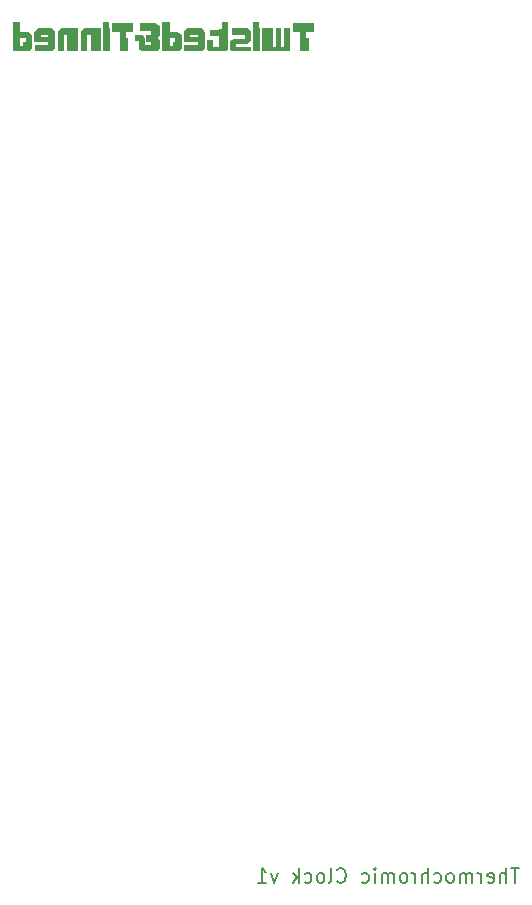
<source format=gbo>
G04 #@! TF.GenerationSoftware,KiCad,Pcbnew,(5.1.5)-3*
G04 #@! TF.CreationDate,2021-04-29T22:27:45+02:00*
G04 #@! TF.ProjectId,thermocjromic clock resistors panel,74686572-6d6f-4636-9a72-6f6d69632063,1*
G04 #@! TF.SameCoordinates,Original*
G04 #@! TF.FileFunction,Legend,Bot*
G04 #@! TF.FilePolarity,Positive*
%FSLAX46Y46*%
G04 Gerber Fmt 4.6, Leading zero omitted, Abs format (unit mm)*
G04 Created by KiCad (PCBNEW (5.1.5)-3) date 2021-04-29 22:27:45*
%MOMM*%
%LPD*%
G04 APERTURE LIST*
%ADD10C,0.150000*%
%ADD11C,0.010000*%
G04 APERTURE END LIST*
D10*
X141895714Y-132692857D02*
X141210000Y-132692857D01*
X141552857Y-133892857D02*
X141552857Y-132692857D01*
X140810000Y-133892857D02*
X140810000Y-132692857D01*
X140295714Y-133892857D02*
X140295714Y-133264285D01*
X140352857Y-133150000D01*
X140467142Y-133092857D01*
X140638571Y-133092857D01*
X140752857Y-133150000D01*
X140810000Y-133207142D01*
X139267142Y-133835714D02*
X139381428Y-133892857D01*
X139610000Y-133892857D01*
X139724285Y-133835714D01*
X139781428Y-133721428D01*
X139781428Y-133264285D01*
X139724285Y-133150000D01*
X139610000Y-133092857D01*
X139381428Y-133092857D01*
X139267142Y-133150000D01*
X139210000Y-133264285D01*
X139210000Y-133378571D01*
X139781428Y-133492857D01*
X138695714Y-133892857D02*
X138695714Y-133092857D01*
X138695714Y-133321428D02*
X138638571Y-133207142D01*
X138581428Y-133150000D01*
X138467142Y-133092857D01*
X138352857Y-133092857D01*
X137952857Y-133892857D02*
X137952857Y-133092857D01*
X137952857Y-133207142D02*
X137895714Y-133150000D01*
X137781428Y-133092857D01*
X137610000Y-133092857D01*
X137495714Y-133150000D01*
X137438571Y-133264285D01*
X137438571Y-133892857D01*
X137438571Y-133264285D02*
X137381428Y-133150000D01*
X137267142Y-133092857D01*
X137095714Y-133092857D01*
X136981428Y-133150000D01*
X136924285Y-133264285D01*
X136924285Y-133892857D01*
X136181428Y-133892857D02*
X136295714Y-133835714D01*
X136352857Y-133778571D01*
X136410000Y-133664285D01*
X136410000Y-133321428D01*
X136352857Y-133207142D01*
X136295714Y-133150000D01*
X136181428Y-133092857D01*
X136010000Y-133092857D01*
X135895714Y-133150000D01*
X135838571Y-133207142D01*
X135781428Y-133321428D01*
X135781428Y-133664285D01*
X135838571Y-133778571D01*
X135895714Y-133835714D01*
X136010000Y-133892857D01*
X136181428Y-133892857D01*
X134752857Y-133835714D02*
X134867142Y-133892857D01*
X135095714Y-133892857D01*
X135210000Y-133835714D01*
X135267142Y-133778571D01*
X135324285Y-133664285D01*
X135324285Y-133321428D01*
X135267142Y-133207142D01*
X135210000Y-133150000D01*
X135095714Y-133092857D01*
X134867142Y-133092857D01*
X134752857Y-133150000D01*
X134238571Y-133892857D02*
X134238571Y-132692857D01*
X133724285Y-133892857D02*
X133724285Y-133264285D01*
X133781428Y-133150000D01*
X133895714Y-133092857D01*
X134067142Y-133092857D01*
X134181428Y-133150000D01*
X134238571Y-133207142D01*
X133152857Y-133892857D02*
X133152857Y-133092857D01*
X133152857Y-133321428D02*
X133095714Y-133207142D01*
X133038571Y-133150000D01*
X132924285Y-133092857D01*
X132810000Y-133092857D01*
X132238571Y-133892857D02*
X132352857Y-133835714D01*
X132410000Y-133778571D01*
X132467142Y-133664285D01*
X132467142Y-133321428D01*
X132410000Y-133207142D01*
X132352857Y-133150000D01*
X132238571Y-133092857D01*
X132067142Y-133092857D01*
X131952857Y-133150000D01*
X131895714Y-133207142D01*
X131838571Y-133321428D01*
X131838571Y-133664285D01*
X131895714Y-133778571D01*
X131952857Y-133835714D01*
X132067142Y-133892857D01*
X132238571Y-133892857D01*
X131324285Y-133892857D02*
X131324285Y-133092857D01*
X131324285Y-133207142D02*
X131267142Y-133150000D01*
X131152857Y-133092857D01*
X130981428Y-133092857D01*
X130867142Y-133150000D01*
X130810000Y-133264285D01*
X130810000Y-133892857D01*
X130810000Y-133264285D02*
X130752857Y-133150000D01*
X130638571Y-133092857D01*
X130467142Y-133092857D01*
X130352857Y-133150000D01*
X130295714Y-133264285D01*
X130295714Y-133892857D01*
X129724285Y-133892857D02*
X129724285Y-133092857D01*
X129724285Y-132692857D02*
X129781428Y-132750000D01*
X129724285Y-132807142D01*
X129667142Y-132750000D01*
X129724285Y-132692857D01*
X129724285Y-132807142D01*
X128638571Y-133835714D02*
X128752857Y-133892857D01*
X128981428Y-133892857D01*
X129095714Y-133835714D01*
X129152857Y-133778571D01*
X129210000Y-133664285D01*
X129210000Y-133321428D01*
X129152857Y-133207142D01*
X129095714Y-133150000D01*
X128981428Y-133092857D01*
X128752857Y-133092857D01*
X128638571Y-133150000D01*
X126524285Y-133778571D02*
X126581428Y-133835714D01*
X126752857Y-133892857D01*
X126867142Y-133892857D01*
X127038571Y-133835714D01*
X127152857Y-133721428D01*
X127210000Y-133607142D01*
X127267142Y-133378571D01*
X127267142Y-133207142D01*
X127210000Y-132978571D01*
X127152857Y-132864285D01*
X127038571Y-132750000D01*
X126867142Y-132692857D01*
X126752857Y-132692857D01*
X126581428Y-132750000D01*
X126524285Y-132807142D01*
X125838571Y-133892857D02*
X125952857Y-133835714D01*
X126010000Y-133721428D01*
X126010000Y-132692857D01*
X125210000Y-133892857D02*
X125324285Y-133835714D01*
X125381428Y-133778571D01*
X125438571Y-133664285D01*
X125438571Y-133321428D01*
X125381428Y-133207142D01*
X125324285Y-133150000D01*
X125210000Y-133092857D01*
X125038571Y-133092857D01*
X124924285Y-133150000D01*
X124867142Y-133207142D01*
X124810000Y-133321428D01*
X124810000Y-133664285D01*
X124867142Y-133778571D01*
X124924285Y-133835714D01*
X125038571Y-133892857D01*
X125210000Y-133892857D01*
X123781428Y-133835714D02*
X123895714Y-133892857D01*
X124124285Y-133892857D01*
X124238571Y-133835714D01*
X124295714Y-133778571D01*
X124352857Y-133664285D01*
X124352857Y-133321428D01*
X124295714Y-133207142D01*
X124238571Y-133150000D01*
X124124285Y-133092857D01*
X123895714Y-133092857D01*
X123781428Y-133150000D01*
X123267142Y-133892857D02*
X123267142Y-132692857D01*
X123152857Y-133435714D02*
X122810000Y-133892857D01*
X122810000Y-133092857D02*
X123267142Y-133550000D01*
X121495714Y-133092857D02*
X121210000Y-133892857D01*
X120924285Y-133092857D01*
X119838571Y-133892857D02*
X120524285Y-133892857D01*
X120181428Y-133892857D02*
X120181428Y-132692857D01*
X120295714Y-132864285D01*
X120410000Y-132978571D01*
X120524285Y-133035714D01*
D11*
G36*
X106708223Y-61439778D02*
G01*
X107103334Y-61439778D01*
X107103334Y-61016445D01*
X106708223Y-61016445D01*
X106708223Y-61439778D01*
G37*
X106708223Y-61439778D02*
X107103334Y-61439778D01*
X107103334Y-61016445D01*
X106708223Y-61016445D01*
X106708223Y-61439778D01*
G36*
X119408223Y-61439778D02*
G01*
X119803334Y-61439778D01*
X119803334Y-61016445D01*
X119408223Y-61016445D01*
X119408223Y-61439778D01*
G37*
X119408223Y-61439778D02*
X119803334Y-61439778D01*
X119803334Y-61016445D01*
X119408223Y-61016445D01*
X119408223Y-61439778D01*
G36*
X99060000Y-63443556D02*
G01*
X100460039Y-63443556D01*
X100640445Y-63257424D01*
X100640445Y-62342889D01*
X100188889Y-62342889D01*
X100188889Y-62734755D01*
X100068945Y-62743433D01*
X99949000Y-62752111D01*
X99931940Y-63048445D01*
X99624445Y-63048445D01*
X99624445Y-62342889D01*
X100188889Y-62342889D01*
X100640445Y-62342889D01*
X100640445Y-62146159D01*
X100315889Y-61891369D01*
X99624445Y-61891333D01*
X99624445Y-61016445D01*
X99060000Y-61016445D01*
X99060000Y-63443556D01*
G37*
X99060000Y-63443556D02*
X100460039Y-63443556D01*
X100640445Y-63257424D01*
X100640445Y-62342889D01*
X100188889Y-62342889D01*
X100188889Y-62734755D01*
X100068945Y-62743433D01*
X99949000Y-62752111D01*
X99931940Y-63048445D01*
X99624445Y-63048445D01*
X99624445Y-62342889D01*
X100188889Y-62342889D01*
X100640445Y-62342889D01*
X100640445Y-62146159D01*
X100315889Y-61891369D01*
X99624445Y-61891333D01*
X99624445Y-61016445D01*
X99060000Y-61016445D01*
X99060000Y-63443556D01*
G36*
X101013425Y-61729943D02*
G01*
X100866223Y-61878997D01*
X100866223Y-62625111D01*
X102051556Y-62625111D01*
X102051556Y-63020222D01*
X100922667Y-63020222D01*
X100922667Y-63443556D01*
X102357203Y-63443556D01*
X102472491Y-63312582D01*
X102587778Y-63181609D01*
X102587778Y-62088889D01*
X102051556Y-62088889D01*
X102051556Y-62314667D01*
X101374223Y-62314667D01*
X101374223Y-62088889D01*
X102051556Y-62088889D01*
X102587778Y-62088889D01*
X102587778Y-61811923D01*
X102311834Y-61580889D01*
X101160628Y-61580889D01*
X101013425Y-61729943D01*
G37*
X101013425Y-61729943D02*
X100866223Y-61878997D01*
X100866223Y-62625111D01*
X102051556Y-62625111D01*
X102051556Y-63020222D01*
X100922667Y-63020222D01*
X100922667Y-63443556D01*
X102357203Y-63443556D01*
X102472491Y-63312582D01*
X102587778Y-63181609D01*
X102587778Y-62088889D01*
X102051556Y-62088889D01*
X102051556Y-62314667D01*
X101374223Y-62314667D01*
X101374223Y-62088889D01*
X102051556Y-62088889D01*
X102587778Y-62088889D01*
X102587778Y-61811923D01*
X102311834Y-61580889D01*
X101160628Y-61580889D01*
X101013425Y-61729943D01*
G36*
X103000974Y-61696176D02*
G01*
X102870000Y-61811464D01*
X102870000Y-63443556D01*
X103321556Y-63443556D01*
X103321556Y-62032445D01*
X103688445Y-62032445D01*
X103688445Y-63443556D01*
X104535112Y-63443556D01*
X104535112Y-61580889D01*
X103131947Y-61580889D01*
X103000974Y-61696176D01*
G37*
X103000974Y-61696176D02*
X102870000Y-61811464D01*
X102870000Y-63443556D01*
X103321556Y-63443556D01*
X103321556Y-62032445D01*
X103688445Y-62032445D01*
X103688445Y-63443556D01*
X104535112Y-63443556D01*
X104535112Y-61580889D01*
X103131947Y-61580889D01*
X103000974Y-61696176D01*
G36*
X104817334Y-61811923D02*
G01*
X104817334Y-63443556D01*
X105268889Y-63443556D01*
X105268889Y-62032445D01*
X105664000Y-62032445D01*
X105664000Y-63443556D01*
X106482445Y-63443556D01*
X106482445Y-61580889D01*
X105093278Y-61580889D01*
X104817334Y-61811923D01*
G37*
X104817334Y-61811923D02*
X104817334Y-63443556D01*
X105268889Y-63443556D01*
X105268889Y-62032445D01*
X105664000Y-62032445D01*
X105664000Y-63443556D01*
X106482445Y-63443556D01*
X106482445Y-61580889D01*
X105093278Y-61580889D01*
X104817334Y-61811923D01*
G36*
X106708223Y-63443556D02*
G01*
X107244445Y-63443556D01*
X107244445Y-61580889D01*
X106708223Y-61580889D01*
X106708223Y-63443556D01*
G37*
X106708223Y-63443556D02*
X107244445Y-63443556D01*
X107244445Y-61580889D01*
X106708223Y-61580889D01*
X106708223Y-63443556D01*
G36*
X107498445Y-61834889D02*
G01*
X108119334Y-61834889D01*
X108119334Y-63443556D01*
X108740223Y-63443556D01*
X108740223Y-62427556D01*
X108570889Y-62427556D01*
X108570889Y-61834889D01*
X109191778Y-61834889D01*
X109191778Y-61129333D01*
X107498445Y-61129333D01*
X107498445Y-61834889D01*
G37*
X107498445Y-61834889D02*
X108119334Y-61834889D01*
X108119334Y-63443556D01*
X108740223Y-63443556D01*
X108740223Y-62427556D01*
X108570889Y-62427556D01*
X108570889Y-61834889D01*
X109191778Y-61834889D01*
X109191778Y-61129333D01*
X107498445Y-61129333D01*
X107498445Y-61834889D01*
G36*
X109812667Y-61722000D02*
G01*
X110800445Y-61722000D01*
X110800445Y-62117111D01*
X110348889Y-62117111D01*
X110348889Y-62625111D01*
X110800445Y-62625111D01*
X110800445Y-63020222D01*
X110179556Y-63020222D01*
X110178856Y-62716833D01*
X110177953Y-62582167D01*
X110173810Y-62489557D01*
X110163169Y-62424614D01*
X110142774Y-62372951D01*
X110109365Y-62320179D01*
X110079804Y-62279389D01*
X109981452Y-62145333D01*
X109386861Y-62145333D01*
X109395153Y-62349945D01*
X109403445Y-62554556D01*
X109565723Y-62563020D01*
X109728000Y-62571484D01*
X109728000Y-62896286D01*
X109728499Y-63036262D01*
X109731764Y-63132738D01*
X109740450Y-63198655D01*
X109757208Y-63246957D01*
X109784693Y-63290587D01*
X109817391Y-63332322D01*
X109906781Y-63443556D01*
X111269150Y-63443556D01*
X111449556Y-63257424D01*
X111449556Y-62581808D01*
X111322002Y-62435995D01*
X111194447Y-62290181D01*
X111322002Y-62183558D01*
X111449556Y-62076936D01*
X111449556Y-61389963D01*
X111271200Y-61273759D01*
X111092843Y-61157556D01*
X109812667Y-61157556D01*
X109812667Y-61722000D01*
G37*
X109812667Y-61722000D02*
X110800445Y-61722000D01*
X110800445Y-62117111D01*
X110348889Y-62117111D01*
X110348889Y-62625111D01*
X110800445Y-62625111D01*
X110800445Y-63020222D01*
X110179556Y-63020222D01*
X110178856Y-62716833D01*
X110177953Y-62582167D01*
X110173810Y-62489557D01*
X110163169Y-62424614D01*
X110142774Y-62372951D01*
X110109365Y-62320179D01*
X110079804Y-62279389D01*
X109981452Y-62145333D01*
X109386861Y-62145333D01*
X109395153Y-62349945D01*
X109403445Y-62554556D01*
X109565723Y-62563020D01*
X109728000Y-62571484D01*
X109728000Y-62896286D01*
X109728499Y-63036262D01*
X109731764Y-63132738D01*
X109740450Y-63198655D01*
X109757208Y-63246957D01*
X109784693Y-63290587D01*
X109817391Y-63332322D01*
X109906781Y-63443556D01*
X111269150Y-63443556D01*
X111449556Y-63257424D01*
X111449556Y-62581808D01*
X111322002Y-62435995D01*
X111194447Y-62290181D01*
X111322002Y-62183558D01*
X111449556Y-62076936D01*
X111449556Y-61389963D01*
X111271200Y-61273759D01*
X111092843Y-61157556D01*
X109812667Y-61157556D01*
X109812667Y-61722000D01*
G36*
X111703556Y-63443556D02*
G01*
X113128778Y-63439480D01*
X113284000Y-63252364D01*
X113284000Y-62342889D01*
X112832445Y-62342889D01*
X112832445Y-62738000D01*
X112606667Y-62738000D01*
X112606667Y-63048445D01*
X112296223Y-63048445D01*
X112296223Y-62342889D01*
X112832445Y-62342889D01*
X113284000Y-62342889D01*
X113284000Y-62127959D01*
X112961666Y-61891333D01*
X112296223Y-61891333D01*
X112296223Y-61016445D01*
X111703556Y-61016445D01*
X111703556Y-63443556D01*
G37*
X111703556Y-63443556D02*
X113128778Y-63439480D01*
X113284000Y-63252364D01*
X113284000Y-62342889D01*
X112832445Y-62342889D01*
X112832445Y-62738000D01*
X112606667Y-62738000D01*
X112606667Y-63048445D01*
X112296223Y-63048445D01*
X112296223Y-62342889D01*
X112832445Y-62342889D01*
X113284000Y-62342889D01*
X113284000Y-62127959D01*
X112961666Y-61891333D01*
X112296223Y-61891333D01*
X112296223Y-61016445D01*
X111703556Y-61016445D01*
X111703556Y-63443556D01*
G36*
X113538000Y-61860693D02*
G01*
X113538000Y-62625111D01*
X114723334Y-62625111D01*
X114723334Y-63020222D01*
X113566223Y-63020222D01*
X113566223Y-63443556D01*
X114292945Y-63440684D01*
X115019667Y-63437813D01*
X115139612Y-63303825D01*
X115259556Y-63169837D01*
X115259556Y-62088889D01*
X114723334Y-62088889D01*
X114723334Y-62314667D01*
X114017778Y-62314667D01*
X114017778Y-62088889D01*
X114723334Y-62088889D01*
X115259556Y-62088889D01*
X115259556Y-61842613D01*
X114979752Y-61580889D01*
X113799724Y-61580889D01*
X113538000Y-61860693D01*
G37*
X113538000Y-61860693D02*
X113538000Y-62625111D01*
X114723334Y-62625111D01*
X114723334Y-63020222D01*
X113566223Y-63020222D01*
X113566223Y-63443556D01*
X114292945Y-63440684D01*
X115019667Y-63437813D01*
X115139612Y-63303825D01*
X115259556Y-63169837D01*
X115259556Y-62088889D01*
X114723334Y-62088889D01*
X114723334Y-62314667D01*
X114017778Y-62314667D01*
X114017778Y-62088889D01*
X114723334Y-62088889D01*
X115259556Y-62088889D01*
X115259556Y-61842613D01*
X114979752Y-61580889D01*
X113799724Y-61580889D01*
X113538000Y-61860693D01*
G36*
X116755334Y-61664223D02*
G01*
X116268500Y-61671945D01*
X115781667Y-61679667D01*
X115781667Y-62131222D01*
X116169723Y-62139074D01*
X116557778Y-62146926D01*
X116557778Y-63133111D01*
X115965112Y-63133111D01*
X115965112Y-62568667D01*
X115513556Y-62568667D01*
X115513556Y-62926956D01*
X115514020Y-63075268D01*
X115516710Y-63178379D01*
X115523577Y-63247535D01*
X115536568Y-63293978D01*
X115557634Y-63328953D01*
X115588724Y-63363703D01*
X115589392Y-63364400D01*
X115665227Y-63443556D01*
X117026996Y-63443556D01*
X117102831Y-63364400D01*
X117178667Y-63285245D01*
X117178667Y-61016445D01*
X116755334Y-61016445D01*
X116755334Y-61664223D01*
G37*
X116755334Y-61664223D02*
X116268500Y-61671945D01*
X115781667Y-61679667D01*
X115781667Y-62131222D01*
X116169723Y-62139074D01*
X116557778Y-62146926D01*
X116557778Y-63133111D01*
X115965112Y-63133111D01*
X115965112Y-62568667D01*
X115513556Y-62568667D01*
X115513556Y-62926956D01*
X115514020Y-63075268D01*
X115516710Y-63178379D01*
X115523577Y-63247535D01*
X115536568Y-63293978D01*
X115557634Y-63328953D01*
X115588724Y-63363703D01*
X115589392Y-63364400D01*
X115665227Y-63443556D01*
X117026996Y-63443556D01*
X117102831Y-63364400D01*
X117178667Y-63285245D01*
X117178667Y-61016445D01*
X116755334Y-61016445D01*
X116755334Y-61664223D01*
G36*
X117658445Y-62088889D02*
G01*
X118759112Y-62088889D01*
X118759112Y-62455778D01*
X117706592Y-62455778D01*
X117583740Y-62556445D01*
X117460889Y-62657112D01*
X117460889Y-63297427D01*
X117547721Y-63370491D01*
X117634553Y-63443556D01*
X119182445Y-63443556D01*
X119182445Y-63133111D01*
X117912445Y-63133111D01*
X117912445Y-62794445D01*
X118894118Y-62794445D01*
X119038281Y-62664829D01*
X119182445Y-62535214D01*
X119181733Y-61849000D01*
X119028869Y-61714945D01*
X118876005Y-61580889D01*
X117658445Y-61580889D01*
X117658445Y-62088889D01*
G37*
X117658445Y-62088889D02*
X118759112Y-62088889D01*
X118759112Y-62455778D01*
X117706592Y-62455778D01*
X117583740Y-62556445D01*
X117460889Y-62657112D01*
X117460889Y-63297427D01*
X117547721Y-63370491D01*
X117634553Y-63443556D01*
X119182445Y-63443556D01*
X119182445Y-63133111D01*
X117912445Y-63133111D01*
X117912445Y-62794445D01*
X118894118Y-62794445D01*
X119038281Y-62664829D01*
X119182445Y-62535214D01*
X119181733Y-61849000D01*
X119028869Y-61714945D01*
X118876005Y-61580889D01*
X117658445Y-61580889D01*
X117658445Y-62088889D01*
G36*
X119408223Y-63443556D02*
G01*
X119944445Y-63443556D01*
X119944445Y-61580889D01*
X119408223Y-61580889D01*
X119408223Y-63443556D01*
G37*
X119408223Y-63443556D02*
X119944445Y-63443556D01*
X119944445Y-61580889D01*
X119408223Y-61580889D01*
X119408223Y-63443556D01*
G36*
X122032889Y-63133111D02*
G01*
X121694223Y-63133111D01*
X121694223Y-61580889D01*
X121355556Y-61580889D01*
X121355556Y-63133111D01*
X121016889Y-63133111D01*
X121016889Y-61580889D01*
X120198445Y-61580889D01*
X120198445Y-63443556D01*
X122361717Y-63443556D01*
X122423081Y-63378237D01*
X122440352Y-63358339D01*
X122454035Y-63335305D01*
X122464548Y-63302797D01*
X122472308Y-63254478D01*
X122477734Y-63184013D01*
X122481241Y-63085064D01*
X122483249Y-62951294D01*
X122484174Y-62776366D01*
X122484434Y-62553944D01*
X122484445Y-62446903D01*
X122484445Y-61580889D01*
X122032889Y-61580889D01*
X122032889Y-63133111D01*
G37*
X122032889Y-63133111D02*
X121694223Y-63133111D01*
X121694223Y-61580889D01*
X121355556Y-61580889D01*
X121355556Y-63133111D01*
X121016889Y-63133111D01*
X121016889Y-61580889D01*
X120198445Y-61580889D01*
X120198445Y-63443556D01*
X122361717Y-63443556D01*
X122423081Y-63378237D01*
X122440352Y-63358339D01*
X122454035Y-63335305D01*
X122464548Y-63302797D01*
X122472308Y-63254478D01*
X122477734Y-63184013D01*
X122481241Y-63085064D01*
X122483249Y-62951294D01*
X122484174Y-62776366D01*
X122484434Y-62553944D01*
X122484445Y-62446903D01*
X122484445Y-61580889D01*
X122032889Y-61580889D01*
X122032889Y-63133111D01*
G36*
X122794889Y-61834889D02*
G01*
X123387556Y-61834889D01*
X123387556Y-63443556D01*
X124036667Y-63443556D01*
X124036667Y-62427556D01*
X123839112Y-62427556D01*
X123839112Y-61834889D01*
X124460000Y-61834889D01*
X124460000Y-61129333D01*
X122794889Y-61129333D01*
X122794889Y-61834889D01*
G37*
X122794889Y-61834889D02*
X123387556Y-61834889D01*
X123387556Y-63443556D01*
X124036667Y-63443556D01*
X124036667Y-62427556D01*
X123839112Y-62427556D01*
X123839112Y-61834889D01*
X124460000Y-61834889D01*
X124460000Y-61129333D01*
X122794889Y-61129333D01*
X122794889Y-61834889D01*
M02*

</source>
